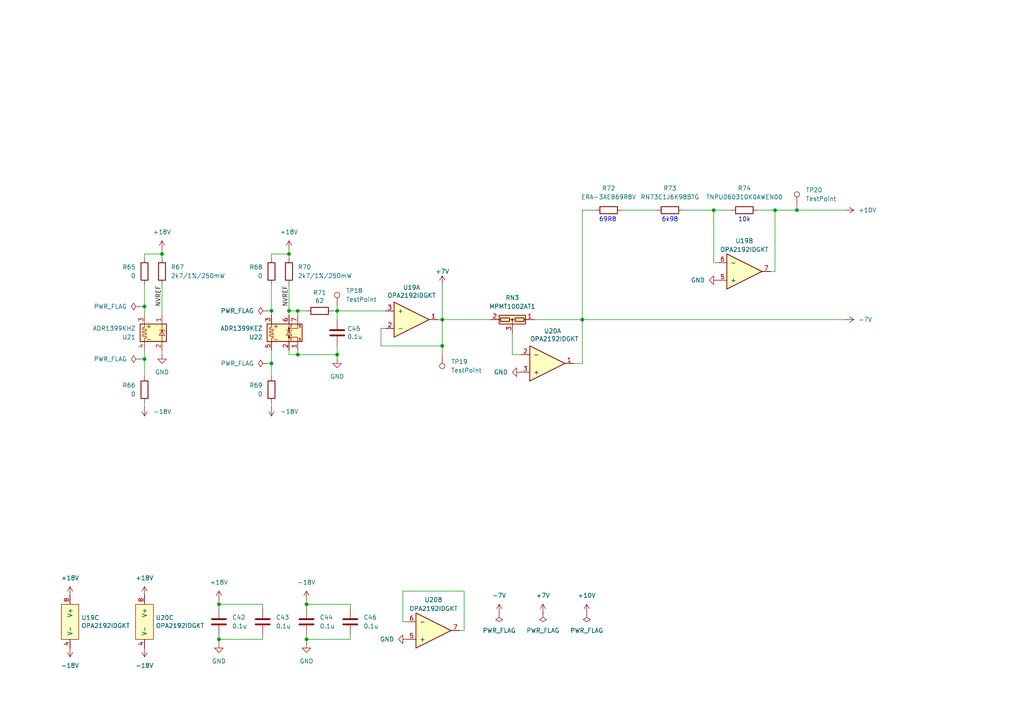
<source format=kicad_sch>
(kicad_sch (version 20250114) (generator "eeschema") (generator_version "9.0")
  (paper "A4")
  (lib_symbols
    (symbol "ADC_TEST:OPA2192" (pin_names (offset 1.016))
      (property "Reference" "U" (at 7.62 6.35 0))
      (property "Value" "OPA2192" (at 7.62 3.81 0))
      (symbol "OPA2192_1_1"
        (polyline (pts (xy -3.81 5.08) (xy 6.35 0) (xy -3.81 -5.08) (xy -3.81 5.08)) (stroke (width 0.254)) (fill (type background)))
        (pin input line (at -6.35 2.54 0) (length 2.54) (name "+") (number "3"))
        (pin input line (at -6.35 -2.54 0) (length 2.54) (name "-") (number "2"))
        (pin output line (at 8.89 0 180) (length 2.54) (name "~") (number "1"))
      )
      (symbol "OPA2192_2_1"
        (polyline (pts (xy -3.81 5.08) (xy 6.35 0) (xy -3.81 -5.08) (xy -3.81 5.08)) (stroke (width 0.254)) (fill (type background)))
        (pin input line (at -6.35 2.54 0) (length 2.54) (name "+") (number "5"))
        (pin input line (at -6.35 -2.54 0) (length 2.54) (name "-") (number "6"))
        (pin output line (at 8.89 0 180) (length 2.54) (name "~") (number "7"))
      )
      (symbol "OPA2192_3_1"
        (rectangle (start -2.54 5.08) (end 2.54 -5.08) (fill (type background)))
        (pin passive line (at 0 7.62 270) (length 2.54) (name "V+") (number "8"))
        (pin passive line (at 0 -7.62 90) (length 2.54) (name "V-") (number "4"))
      )
    )
    (symbol "Connector:TestPoint" (pin_numbers (hide yes)) (pin_names (offset 0.762) (hide yes))
      (property "Reference" "TP" (at 0 6.858 0))
      (property "Value" "TestPoint" (at 0 5.08 0))
      (symbol "TestPoint_0_1"
        (circle (center 0 3.302) (radius 0.762))
      )
      (symbol "TestPoint_1_1"
        (pin passive line (at 0 0 90) (length 2.54) (name "1") (number "1"))
      )
    )
    (symbol "Device:C" (pin_numbers (hide yes)) (pin_names (offset 0.254))
      (property "Reference" "C" (at 0.635 2.54 0))
      (property "Value" "C" (at 0.635 -2.54 0))
      (symbol "C_0_1"
        (polyline (pts (xy -2.032 0.762) (xy 2.032 0.762)) (stroke (width 0.508)))
        (polyline (pts (xy -2.032 -0.762) (xy 2.032 -0.762)) (stroke (width 0.508)))
      )
      (symbol "C_1_1"
        (pin passive line (at 0 3.81 270) (length 2.794) (name "~") (number "1"))
        (pin passive line (at 0 -3.81 90) (length 2.794) (name "~") (number "2"))
      )
    )
    (symbol "Device:R" (pin_numbers (hide yes)) (pin_names (offset 0))
      (property "Reference" "R" (at 2.032 0 90))
      (property "Value" "R" (at 0 0 90))
      (symbol "R_0_1"
        (rectangle (start -1.016 -2.54) (end 1.016 2.54) (stroke (width 0.254)))
      )
      (symbol "R_1_1"
        (pin passive line (at 0 3.81 270) (length 1.27) (name "~") (number "1"))
        (pin passive line (at 0 -3.81 90) (length 1.27) (name "~") (number "2"))
      )
    )
    (symbol "Device:VoltageDivider_CenterPin3" (pin_names (offset 0) (hide yes))
      (property "Reference" "RN" (at -4.445 0 90))
      (property "Value" "VoltageDivider_CenterPin3" (at -2.54 0 90))
      (symbol "VoltageDivider_CenterPin3_0_1"
        (rectangle (start -1.27 -3.81) (end 1.27 3.81) (stroke (width 0.254)) (fill (type background)))
        (rectangle (start -0.508 3.3782) (end 0.508 0.8382) (stroke (width 0.254)))
        (rectangle (start -0.508 -3.3782) (end 0.508 -0.8382) (stroke (width 0.254)))
        (polyline (pts (xy 0 5.08) (xy 0 3.3782)))
        (polyline (pts (xy 0 0.889) (xy 0 -0.889)))
        (circle (center 0 0.0254) (radius 0.254) (fill (type outline)))
        (polyline (pts (xy 0 -5.08) (xy 0 -3.429)))
        (polyline (pts (xy 1.27 0) (xy 0 0)))
      )
      (symbol "VoltageDivider_CenterPin3_1_1"
        (pin passive line (at 0 6.35 270) (length 2.54) (name "~") (number "1"))
        (pin passive line (at 0 -6.35 90) (length 2.54) (name "~") (number "2"))
        (pin passive line (at 3.81 0 180) (length 2.54) (name "~") (number "3"))
      )
    )
    (symbol "MADC_ARTY:+18V" (power) (pin_numbers (hide yes)) (pin_names (offset 0) (hide yes))
      (property "Value" "+18V" (at 0 3.556 0))
      (symbol "+18V_0_1"
        (polyline (pts (xy -0.762 1.27) (xy 0 2.54)))
        (polyline (pts (xy 0 2.54) (xy 0.762 1.27)))
        (polyline (pts (xy 0 0) (xy 0 2.54)))
      )
      (symbol "+18V_1_1"
        (pin power_in line (at 0 0 90) (length 0) (name "~") (number "1"))
      )
    )
    (symbol "MADC_ARTY:+7V" (power) (pin_numbers (hide yes)) (pin_names (offset 0) (hide yes))
      (property "Value" "+7V" (at 0 3.556 0))
      (symbol "+7V_0_1"
        (polyline (pts (xy -0.762 1.27) (xy 0 2.54)))
        (polyline (pts (xy 0 2.54) (xy 0.762 1.27)))
        (polyline (pts (xy 0 0) (xy 0 2.54)))
      )
      (symbol "+7V_1_1"
        (pin power_in line (at 0 0 90) (length 0) (name "~") (number "1"))
      )
    )
    (symbol "MADC_ARTY:-18V" (power) (pin_numbers (hide yes)) (pin_names (offset 0) (hide yes))
      (property "Value" "-18V" (at 0 3.556 0))
      (symbol "-18V_0_1"
        (polyline (pts (xy -0.762 1.27) (xy 0 2.54)))
        (polyline (pts (xy 0 2.54) (xy 0.762 1.27)))
        (polyline (pts (xy 0 0) (xy 0 2.54)))
      )
      (symbol "-18V_1_1"
        (pin power_in line (at 0 0 90) (length 0) (name "~") (number "1"))
      )
    )
    (symbol "MADC_ARTY:-7V" (power) (pin_numbers (hide yes)) (pin_names (offset 0) (hide yes))
      (property "Value" "-7V" (at 0 3.556 0))
      (symbol "-7V_0_1"
        (polyline (pts (xy -0.762 1.27) (xy 0 2.54)))
        (polyline (pts (xy 0 2.54) (xy 0.762 1.27)))
        (polyline (pts (xy 0 0) (xy 0 2.54)))
      )
      (symbol "-7V_1_1"
        (pin power_in line (at 0 0 90) (length 0) (name "~") (number "1"))
      )
    )
    (symbol "Reference_Voltage:ADR1399KEZ" (pin_names (offset 1.016) (hide yes))
      (property "Reference" "U" (at 3.81 1.27 0))
      (property "Value" "ADR1399KEZ" (at 3.81 -1.27 0))
      (symbol "ADR1399KEZ_0_0"
        (text "+" (at -3.81 1.905 0) (effects (font (size 1.27 1.27))))
      )
      (symbol "ADR1399KEZ_0_1"
        (rectangle (start -6.35 2.54) (end 3.81 -2.54) (stroke (width 0.254)) (fill (type background)))
        (polyline (pts (xy -5.08 -2.54) (xy -5.08 -1.524) (xy -4.572 -1.524) (xy -4.572 -1.016) (xy -5.588 -1.016) (xy -5.588 -0.508) (xy -4.572 -0.508) (xy -4.572 0) (xy -5.588 0) (xy -5.588 0.508) (xy -4.572 0.508) (xy -4.572 1.016) (xy -5.588 1.016) (xy -5.588 1.524) (xy -5.08 1.524) (xy -5.08 2.54)))
        (circle (center 0 1.27) (radius 0.254) (fill (type outline)))
        (circle (center 0 -1.27) (radius 0.254) (fill (type outline)))
        (polyline (pts (xy 2.54 2.54) (xy 2.54 1.27) (xy 0 1.27)))
        (polyline (pts (xy 2.54 -2.54) (xy 2.54 -1.27) (xy 0 -1.27)))
      )
      (symbol "ADR1399KEZ_1_1"
        (polyline (pts (xy -0.762 0.762) (xy 0.762 0.762) (xy 0.762 0.508)))
        (polyline (pts (xy -0.762 -0.762) (xy 0.762 -0.762) (xy 0 0.762) (xy -0.762 -0.762)))
        (polyline (pts (xy 0 2.54) (xy 0 -2.54)))
        (text "-" (at -3.81 -1.905 0) (effects (font (size 1.27 1.27))))
        (text "F" (at 0.635 1.905 0) (effects (font (size 0.635 0.635))))
        (text "F" (at 0.635 -1.905 0) (effects (font (size 0.635 0.635))))
        (text "S" (at 3.175 1.905 0) (effects (font (size 0.635 0.635))))
        (text "S" (at 3.175 -1.905 0) (effects (font (size 0.635 0.635))))
        (pin power_in line (at -5.08 5.08 270) (length 2.54) (name "HEATER+") (number "3"))
        (pin power_in line (at -5.08 -5.08 90) (length 2.54) (name "HEATER-") (number "5"))
        (pin no_connect line (at -2.54 2.54 270) (length 2.54) (hide yes) (name "NC") (number "8"))
        (pin no_connect line (at -2.54 -2.54 90) (length 2.54) (hide yes) (name "NC") (number "4"))
        (pin passive line (at 0 5.08 270) (length 2.54) (name "+REFF") (number "6"))
        (pin passive line (at 0 -5.08 90) (length 2.54) (name "-REFF") (number "2"))
        (pin passive line (at 2.54 5.08 270) (length 2.54) (name "+REFS") (number "7"))
        (pin passive line (at 2.54 -5.08 90) (length 2.54) (name "-REFS") (number "1"))
      )
    )
    (symbol "Reference_Voltage:ADR1399KHZ" (pin_names (offset 1.016) (hide yes))
      (property "Reference" "U" (at 3.81 1.27 0))
      (property "Value" "ADR1399KHZ" (at 3.81 -1.27 0))
      (symbol "ADR1399KHZ_0_0"
        (text "+" (at -1.27 1.905 0) (effects (font (size 1.27 1.27))))
      )
      (symbol "ADR1399KHZ_0_1"
        (rectangle (start -3.81 2.54) (end 3.81 -2.54) (stroke (width 0.254)) (fill (type background)))
        (polyline (pts (xy -2.54 -2.54) (xy -2.54 -1.524) (xy -2.032 -1.524) (xy -2.032 -1.016) (xy -3.048 -1.016) (xy -3.048 -0.508) (xy -2.032 -0.508) (xy -2.032 0) (xy -3.048 0) (xy -3.048 0.508) (xy -2.032 0.508) (xy -2.032 1.016) (xy -3.048 1.016) (xy -3.048 1.524) (xy -2.54 1.524) (xy -2.54 2.54)))
      )
      (symbol "ADR1399KHZ_1_1"
        (polyline (pts (xy 1.778 0.762) (xy 3.302 0.762) (xy 3.302 0.508)))
        (polyline (pts (xy 1.778 -0.762) (xy 3.302 -0.762) (xy 2.54 0.762) (xy 1.778 -0.762)))
        (polyline (pts (xy 2.54 2.54) (xy 2.54 -2.54)))
        (text "-" (at -1.27 -1.905 0) (effects (font (size 1.27 1.27))))
        (pin power_in line (at -2.54 5.08 270) (length 2.54) (name "~") (number "3"))
        (pin power_in line (at -2.54 -5.08 90) (length 2.54) (name "~") (number "4"))
        (pin passive line (at 2.54 5.08 270) (length 2.54) (name "~") (number "1"))
        (pin passive line (at 2.54 -5.08 90) (length 2.54) (name "~") (number "2"))
      )
    )
    (symbol "power:+10V" (power) (pin_numbers (hide yes)) (pin_names (offset 0) (hide yes))
      (property "Value" "+10V" (at 0 3.556 0))
      (symbol "+10V_0_1"
        (polyline (pts (xy -0.762 1.27) (xy 0 2.54)))
        (polyline (pts (xy 0 2.54) (xy 0.762 1.27)))
        (polyline (pts (xy 0 0) (xy 0 2.54)))
      )
      (symbol "+10V_1_1"
        (pin power_in line (at 0 0 90) (length 0) (name "~") (number "1"))
      )
    )
    (symbol "power:GND" (power) (pin_numbers (hide yes)) (pin_names (offset 0) (hide yes))
      (property "Value" "GND" (at 0 -3.81 0))
      (symbol "GND_0_1"
        (polyline (pts (xy 0 0) (xy 0 -1.27) (xy 1.27 -1.27) (xy 0 -2.54) (xy -1.27 -1.27) (xy 0 -1.27)))
      )
      (symbol "GND_1_1"
        (pin power_in line (at 0 0 270) (length 0) (name "~") (number "1"))
      )
    )
    (symbol "power:PWR_FLAG" (power) (pin_numbers (hide yes)) (pin_names (offset 0) (hide yes))
      (property "Value" "PWR_FLAG" (at 0 3.81 0))
      (symbol "PWR_FLAG_0_0"
        (pin power_out line (at 0 0 90) (length 0) (name "~") (number "1"))
      )
      (symbol "PWR_FLAG_0_1"
        (polyline (pts (xy 0 0) (xy 0 1.27) (xy -1.016 1.905) (xy 0 2.54) (xy 1.016 1.905) (xy 0 1.27)))
      )
    )
  )
  (text "6k98" (at 194.31 63.754 0) (effects (font (size 1.27 1.27))))
  (text "10k" (at 215.9 63.754 0) (effects (font (size 1.27 1.27))))
  (text "69R8" (at 176.276 63.754 0) (effects (font (size 1.27 1.27))))
  (junction (at 46.99 73.66))
  (junction (at 41.91 88.9))
  (junction (at 231.14 60.96))
  (junction (at 168.91 92.71))
  (junction (at 78.74 90.17))
  (junction (at 63.5 175.26))
  (junction (at 207.01 60.96))
  (junction (at 83.82 73.66))
  (junction (at 83.82 90.17))
  (junction (at 41.91 104.14))
  (junction (at 88.9 185.42))
  (junction (at 88.9 175.26))
  (junction (at 97.79 102.87))
  (junction (at 128.27 92.71))
  (junction (at 86.36 90.17))
  (junction (at 97.79 90.17))
  (junction (at 78.74 105.41))
  (junction (at 128.27 100.33))
  (junction (at 63.5 185.42))
  (junction (at 224.79 60.96))
  (junction (at 86.36 102.87))
  (wire (pts (xy 128.27 100.33) (xy 128.27 92.71)))
  (wire (pts (xy 128.27 82.55) (xy 128.27 92.71)))
  (wire (pts (xy 88.9 173.99) (xy 88.9 175.26)))
  (wire (pts (xy 134.62 182.88) (xy 133.35 182.88)))
  (wire (pts (xy 86.36 90.17) (xy 86.36 91.44)))
  (wire (pts (xy 180.34 60.96) (xy 190.5 60.96)))
  (wire (pts (xy 212.09 60.96) (xy 207.01 60.96)))
  (wire (pts (xy 63.5 175.26) (xy 76.2 175.26)))
  (wire (pts (xy 86.36 102.87) (xy 97.79 102.87)))
  (wire (pts (xy 224.79 78.74) (xy 224.79 60.96)))
  (wire (pts (xy 86.36 101.6) (xy 86.36 102.87)))
  (wire (pts (xy 110.49 95.25) (xy 111.76 95.25)))
  (wire (pts (xy 224.79 60.96) (xy 219.71 60.96)))
  (wire (pts (xy 128.27 92.71) (xy 142.24 92.71)))
  (wire (pts (xy 116.84 171.45) (xy 134.62 171.45)))
  (wire (pts (xy 77.47 105.41) (xy 78.74 105.41)))
  (wire (pts (xy 198.12 60.96) (xy 207.01 60.96)))
  (wire (pts (xy 207.01 60.96) (xy 207.01 76.2)))
  (wire (pts (xy 168.91 60.96) (xy 168.91 92.71)))
  (wire (pts (xy 78.74 118.11) (xy 78.74 116.84)))
  (wire (pts (xy 63.5 173.99) (xy 63.5 175.26)))
  (wire (pts (xy 134.62 171.45) (xy 134.62 182.88)))
  (wire (pts (xy 86.36 90.17) (xy 83.82 90.17)))
  (wire (pts (xy 78.74 109.22) (xy 78.74 105.41)))
  (wire (pts (xy 63.5 175.26) (xy 63.5 176.53)))
  (wire (pts (xy 231.14 60.96) (xy 245.11 60.96)))
  (wire (pts (xy 148.59 96.52) (xy 148.59 102.87)))
  (wire (pts (xy 101.6 184.15) (xy 101.6 185.42)))
  (wire (pts (xy 101.6 175.26) (xy 101.6 176.53)))
  (wire (pts (xy 78.74 73.66) (xy 83.82 73.66)))
  (wire (pts (xy 231.14 59.69) (xy 231.14 60.96)))
  (wire (pts (xy 83.82 90.17) (xy 83.82 91.44)))
  (wire (pts (xy 110.49 95.25) (xy 110.49 100.33)))
  (wire (pts (xy 118.11 180.34) (xy 116.84 180.34)))
  (wire (pts (xy 83.82 73.66) (xy 83.82 74.93)))
  (wire (pts (xy 88.9 175.26) (xy 88.9 176.53)))
  (wire (pts (xy 78.74 82.55) (xy 78.74 90.17)))
  (wire (pts (xy 41.91 73.66) (xy 41.91 74.93)))
  (wire (pts (xy 97.79 90.17) (xy 111.76 90.17)))
  (wire (pts (xy 97.79 88.9) (xy 97.79 90.17)))
  (wire (pts (xy 40.64 88.9) (xy 41.91 88.9)))
  (wire (pts (xy 76.2 175.26) (xy 76.2 176.53)))
  (wire (pts (xy 223.52 78.74) (xy 224.79 78.74)))
  (wire (pts (xy 63.5 185.42) (xy 63.5 184.15)))
  (wire (pts (xy 154.94 92.71) (xy 168.91 92.71)))
  (wire (pts (xy 76.2 184.15) (xy 76.2 185.42)))
  (wire (pts (xy 128.27 100.33) (xy 128.27 102.87)))
  (wire (pts (xy 97.79 102.87) (xy 97.79 100.33)))
  (wire (pts (xy 88.9 185.42) (xy 101.6 185.42)))
  (wire (pts (xy 168.91 60.96) (xy 172.72 60.96)))
  (wire (pts (xy 41.91 118.11) (xy 41.91 116.84)))
  (wire (pts (xy 78.74 105.41) (xy 78.74 101.6)))
  (wire (pts (xy 63.5 186.69) (xy 63.5 185.42)))
  (wire (pts (xy 148.59 102.87) (xy 151.13 102.87)))
  (wire (pts (xy 41.91 88.9) (xy 41.91 91.44)))
  (wire (pts (xy 88.9 186.69) (xy 88.9 185.42)))
  (wire (pts (xy 88.9 90.17) (xy 86.36 90.17)))
  (wire (pts (xy 207.01 76.2) (xy 208.28 76.2)))
  (wire (pts (xy 110.49 100.33) (xy 128.27 100.33)))
  (wire (pts (xy 78.74 90.17) (xy 78.74 91.44)))
  (wire (pts (xy 41.91 82.55) (xy 41.91 88.9)))
  (wire (pts (xy 78.74 73.66) (xy 78.74 74.93)))
  (wire (pts (xy 97.79 102.87) (xy 97.79 104.14)))
  (wire (pts (xy 97.79 90.17) (xy 96.52 90.17)))
  (wire (pts (xy 41.91 73.66) (xy 46.99 73.66)))
  (wire (pts (xy 88.9 185.42) (xy 88.9 184.15)))
  (wire (pts (xy 168.91 92.71) (xy 245.11 92.71)))
  (wire (pts (xy 168.91 92.71) (xy 168.91 105.41)))
  (wire (pts (xy 46.99 82.55) (xy 46.99 91.44)))
  (wire (pts (xy 77.47 90.17) (xy 78.74 90.17)))
  (wire (pts (xy 41.91 104.14) (xy 41.91 109.22)))
  (wire (pts (xy 168.91 105.41) (xy 166.37 105.41)))
  (wire (pts (xy 46.99 73.66) (xy 46.99 74.93)))
  (wire (pts (xy 88.9 175.26) (xy 101.6 175.26)))
  (wire (pts (xy 83.82 101.6) (xy 83.82 102.87)))
  (wire (pts (xy 46.99 72.39) (xy 46.99 73.66)))
  (wire (pts (xy 41.91 101.6) (xy 41.91 104.14)))
  (wire (pts (xy 116.84 180.34) (xy 116.84 171.45)))
  (wire (pts (xy 76.2 185.42) (xy 63.5 185.42)))
  (wire (pts (xy 83.82 102.87) (xy 86.36 102.87)))
  (wire (pts (xy 46.99 101.6) (xy 46.99 102.87)))
  (wire (pts (xy 128.27 92.71) (xy 127 92.71)))
  (wire (pts (xy 83.82 72.39) (xy 83.82 73.66)))
  (wire (pts (xy 83.82 82.55) (xy 83.82 90.17)))
  (wire (pts (xy 224.79 60.96) (xy 231.14 60.96)))
  (wire (pts (xy 97.79 92.71) (xy 97.79 90.17)))
  (wire (pts (xy 40.64 104.14) (xy 41.91 104.14)))
  (label "NVREF" (at 46.99 88.9 90))
  (label "NVREF" (at 83.82 88.9 90))
  (symbol (lib_id "MADC_ARTY:+18V") (at 20.32 172.72 0) (unit 1)
    (property "Reference" "#PWR0114" (effects (hide yes)))
    (property "Value" "+18V" (at 20.32 167.64 0))
    (property "Description" "Power symbol creates a global label" (effects (hide yes)))
  )
  (symbol (lib_id "MADC_ARTY:-18V") (at 41.91 187.96 180) (unit 1)
    (property "Reference" "#PWR0119" (effects (hide yes)))
    (property "Value" "-18V" (at 41.91 193.04 0))
    (property "Description" "Power symbol creates a global label" (effects (hide yes)))
  )
  (symbol (lib_id "MADC_ARTY:+7V") (at 128.27 82.55 0) (unit 1)
    (property "Reference" "#PWR0137" (effects (hide yes)))
    (property "Value" "+7V" (at 126.238 78.74 0) (effects (justify left)))
    (property "Description" "Power symbol creates a global label" (effects (hide yes)))
  )
  (symbol (lib_id "power:GND") (at 118.11 185.42 270) (unit 1)
    (property "Reference" "#PWR0130" (effects (hide yes)))
    (property "Value" "GND" (at 114.3 185.4199 90) (effects (justify right)))
    (property "Description" "Power symbol creates a global label with name \"GND\" , ground" (effects (hide yes)))
  )
  (symbol (lib_id "Reference_Voltage:ADR1399KEZ") (at 83.82 96.52 0) (unit 1)
    (property "Reference" "U22" (at 76.2 97.7902 0) (effects (justify right)))
    (property "Value" "ADR1399KEZ" (at 76.2 95.2502 0) (effects (justify right)))
    (property "Footprint" "Package_LCC:Analog_LCC-8_5x5mm_P1.27mm" (effects (hide yes)))
    (property "Datasheet" "https://www.analog.com/media/en/technical-documentation/data-sheets/adr1399.pdf" (effects (hide yes)))
    (property "Description" "Oven-Compensated, Buried Zener, 7.05 V Voltage Reference, LCC-8" (effects (hide yes)))
  )
  (symbol (lib_id "Connector:TestPoint") (at 128.27 102.87 180) (unit 1) (in_bom no)
    (property "Reference" "TP19" (at 130.81 104.9019 0) (effects (justify right)))
    (property "Value" "TestPoint" (at 130.81 107.4419 0) (effects (justify right)))
    (property "Footprint" "TestPoint:TestPoint_Pad_D2.0mm" (effects (hide yes)))
    (property "Description" "test point" (effects (hide yes)))
  )
  (symbol (lib_id "power:+10V") (at 170.18 177.8 0) (unit 1)
    (property "Reference" "#PWR0134" (effects (hide yes)))
    (property "Value" "+10V" (at 170.18 172.72 0))
    (property "Description" "Power symbol creates a global label with name \"+10V\"" (effects (hide yes)))
  )
  (symbol (lib_id "Device:R") (at 83.82 78.74 180) (unit 1)
    (property "Reference" "R70" (at 86.36 77.4699 0) (effects (justify right)))
    (property "Value" "2k7/1%/250mW" (at 86.36 80.0099 0) (effects (justify right)))
    (property "Footprint" "Resistor_SMD:R_0603_1608Metric" (effects (hide yes)))
    (property "Description" "Resistor" (effects (hide yes)))
  )
  (symbol (lib_id "Device:C") (at 97.79 96.52 0) (unit 1)
    (property "Reference" "C45" (at 100.711 95.3516 0) (effects (justify left)))
    (property "Value" "0.1u" (at 100.711 97.663 0) (effects (justify left)))
    (property "Footprint" "Capacitor_SMD:C_0603_1608Metric" (effects (hide yes)))
  )
  (symbol (lib_id "Device:C") (at 101.6 180.34 0) (unit 1)
    (property "Reference" "C46" (at 105.41 179.0699 0) (effects (justify left)))
    (property "Value" "0.1u" (at 105.41 181.6099 0) (effects (justify left)))
    (property "Footprint" "Capacitor_SMD:C_0603_1608Metric" (effects (hide yes)))
    (property "Description" "Unpolarized capacitor" (effects (hide yes)))
  )
  (symbol (lib_id "Device:R") (at 41.91 113.03 0) (mirror y) (unit 1)
    (property "Reference" "R66" (at 39.37 111.7599 0) (effects (justify left)))
    (property "Value" "0" (at 39.37 114.2999 0) (effects (justify left)))
    (property "Footprint" "Resistor_SMD:R_0603_1608Metric" (effects (hide yes)))
    (property "Description" "Resistor" (effects (hide yes)))
  )
  (symbol (lib_id "ADC_TEST:OPA2192") (at 20.32 180.34 0) (unit 3)
    (property "Reference" "U19" (at 23.5712 179.1716 0) (effects (justify left)))
    (property "Value" "OPA2192IDGKT" (at 23.5712 181.483 0) (effects (justify left)))
    (property "Footprint" "Package_SO:SOIC-8_3.9x4.9mm_P1.27mm" (effects (hide yes)))
  )
  (symbol (lib_id "MADC_ARTY:-18V") (at 20.32 187.96 180) (unit 1)
    (property "Reference" "#PWR0115" (effects (hide yes)))
    (property "Value" "-18V" (at 20.32 193.04 0))
    (property "Description" "Power symbol creates a global label" (effects (hide yes)))
  )
  (symbol (lib_id "power:GND") (at 46.99 102.87 0) (unit 1)
    (property "Reference" "#PWR0121" (effects (hide yes)))
    (property "Value" "GND" (at 46.99 107.95 0))
    (property "Description" "Power symbol creates a global label with name \"GND\" , ground" (effects (hide yes)))
  )
  (symbol (lib_id "MADC_ARTY:-18V") (at 78.74 118.11 180) (unit 1)
    (property "Reference" "#PWR0124" (effects (hide yes)))
    (property "Value" "-18V" (at 81.28 119.3799 0) (effects (justify right)))
    (property "Description" "Power symbol creates a global label" (effects (hide yes)))
  )
  (symbol (lib_id "power:PWR_FLAG") (at 40.64 88.9 90) (unit 1)
    (property "Reference" "#FLG015" (effects (hide yes)))
    (property "Value" "PWR_FLAG" (at 36.83 88.8999 90) (effects (justify left)))
    (property "Description" "Special symbol for telling ERC where power comes from" (effects (hide yes)))
  )
  (symbol (lib_id "MADC_ARTY:-7V") (at 144.78 177.8 0) (unit 1)
    (property "Reference" "#PWR0132" (effects (hide yes)))
    (property "Value" "-7V" (at 144.78 172.72 0))
    (property "Description" "Power symbol creates a global label" (effects (hide yes)))
  )
  (symbol (lib_id "power:PWR_FLAG") (at 77.47 90.17 90) (unit 1)
    (property "Reference" "#FLG09" (effects (hide yes)))
    (property "Value" "PWR_FLAG" (at 73.66 90.1699 90) (effects (justify left)))
    (property "Description" "Special symbol for telling ERC where power comes from" (effects (hide yes)))
  )
  (symbol (lib_id "Reference_Voltage:ADR1399KHZ") (at 44.45 96.52 0) (unit 1)
    (property "Reference" "U21" (at 39.37 97.7902 0) (effects (justify right)))
    (property "Value" "ADR1399KHZ" (at 39.37 95.2502 0) (effects (justify right)))
    (property "Footprint" "Package_TO_SOT_THT:Analog_TO-46-4_ThermalShield" (effects (hide yes)))
    (property "Datasheet" "https://www.analog.com/media/en/technical-documentation/data-sheets/adr1399.pdf" (effects (hide yes)))
    (property "Description" "Oven-Compensated, Buried Zener, 7.05 V Voltage Reference, TO-46-4" (effects (hide yes)))
  )
  (symbol (lib_id "ADC_TEST:OPA2192") (at 157.48 105.41 0) (mirror x) (unit 1)
    (property "Reference" "U20" (at 160.274 96.012 0))
    (property "Value" "OPA2192IDGKT" (at 160.782 98.298 0))
    (property "Footprint" "Package_SO:SOIC-8_3.9x4.9mm_P1.27mm" (effects (hide yes)))
  )
  (symbol (lib_id "power:PWR_FLAG") (at 144.78 177.8 180) (unit 1)
    (property "Reference" "#FLG011" (effects (hide yes)))
    (property "Value" "PWR_FLAG" (at 144.78 182.88 0))
    (property "Description" "Special symbol for telling ERC where power comes from" (effects (hide yes)))
  )
  (symbol (lib_id "Device:C") (at 76.2 180.34 0) (unit 1)
    (property "Reference" "C43" (at 80.01 179.0699 0) (effects (justify left)))
    (property "Value" "0.1u" (at 80.01 181.6099 0) (effects (justify left)))
    (property "Footprint" "Capacitor_SMD:C_0603_1608Metric" (effects (hide yes)))
    (property "Description" "Unpolarized capacitor" (effects (hide yes)))
  )
  (symbol (lib_id "MADC_ARTY:-7V") (at 245.11 92.71 270) (unit 1)
    (property "Reference" "#PWR0131" (effects (hide yes)))
    (property "Value" "-7V" (at 248.92 92.7099 90) (effects (justify left)))
    (property "Description" "Power symbol creates a global label" (effects (hide yes)))
  )
  (symbol (lib_id "Device:R") (at 41.91 78.74 0) (mirror y) (unit 1)
    (property "Reference" "R65" (at 39.37 77.4699 0) (effects (justify left)))
    (property "Value" "0" (at 39.37 80.0099 0) (effects (justify left)))
    (property "Footprint" "Resistor_SMD:R_0603_1608Metric" (effects (hide yes)))
    (property "Description" "Resistor" (effects (hide yes)))
  )
  (symbol (lib_id "Device:R") (at 46.99 78.74 180) (unit 1)
    (property "Reference" "R67" (at 49.53 77.4699 0) (effects (justify right)))
    (property "Value" "2k7/1%/250mW" (at 49.53 80.0099 0) (effects (justify right)))
    (property "Footprint" "Resistor_SMD:R_0603_1608Metric" (effects (hide yes)))
    (property "Description" "Resistor" (effects (hide yes)))
  )
  (symbol (lib_id "MADC_ARTY:+7V") (at 157.48 177.8 0) (unit 1)
    (property "Reference" "#PWR0133" (effects (hide yes)))
    (property "Value" "+7V" (at 157.48 172.72 0))
    (property "Description" "Power symbol creates a global label" (effects (hide yes)))
  )
  (symbol (lib_id "Device:R") (at 78.74 113.03 0) (mirror y) (unit 1)
    (property "Reference" "R69" (at 76.2 111.7599 0) (effects (justify left)))
    (property "Value" "0" (at 76.2 114.2999 0) (effects (justify left)))
    (property "Footprint" "Resistor_SMD:R_0603_1608Metric" (effects (hide yes)))
    (property "Description" "Resistor" (effects (hide yes)))
  )
  (symbol (lib_id "Connector:TestPoint") (at 97.79 88.9 0) (unit 1) (in_bom no)
    (property "Reference" "TP18" (at 100.33 84.3279 0) (effects (justify left)))
    (property "Value" "TestPoint" (at 100.33 86.8679 0) (effects (justify left)))
    (property "Footprint" "TestPoint:TestPoint_Pad_D2.0mm" (effects (hide yes)))
    (property "Description" "test point" (effects (hide yes)))
  )
  (symbol (lib_id "Device:R") (at 78.74 78.74 0) (mirror y) (unit 1)
    (property "Reference" "R68" (at 76.2 77.4699 0) (effects (justify left)))
    (property "Value" "0" (at 76.2 80.0099 0) (effects (justify left)))
    (property "Footprint" "Resistor_SMD:R_0603_1608Metric" (effects (hide yes)))
    (property "Description" "Resistor" (effects (hide yes)))
  )
  (symbol (lib_id "Device:R") (at 194.31 60.96 90) (unit 1)
    (property "Reference" "R73" (at 194.31 54.61 90))
    (property "Value" "RN73C1J6K98BTG" (at 194.31 57.15 90))
    (property "Footprint" "Resistor_SMD:R_0603_1608Metric" (effects (hide yes)))
    (property "Description" "Resistor" (effects (hide yes)))
  )
  (symbol (lib_id "ADC_TEST:OPA2192") (at 214.63 78.74 0) (mirror x) (unit 2)
    (property "Reference" "U19" (at 215.9 69.85 0))
    (property "Value" "OPA2192IDGKT" (at 215.9 72.39 0))
    (property "Footprint" "Package_SO:SOIC-8_3.9x4.9mm_P1.27mm" (effects (hide yes)))
  )
  (symbol (lib_id "Connector:TestPoint") (at 231.14 59.69 0) (unit 1) (in_bom no)
    (property "Reference" "TP20" (at 233.68 55.1179 0) (effects (justify left)))
    (property "Value" "TestPoint" (at 233.68 57.6579 0) (effects (justify left)))
    (property "Footprint" "TestPoint:TestPoint_Pad_D2.0mm" (effects (hide yes)))
    (property "Description" "test point" (effects (hide yes)))
  )
  (symbol (lib_id "power:PWR_FLAG") (at 40.64 104.14 90) (unit 1)
    (property "Reference" "#FLG016" (effects (hide yes)))
    (property "Value" "PWR_FLAG" (at 36.83 104.1399 90) (effects (justify left)))
    (property "Description" "Special symbol for telling ERC where power comes from" (effects (hide yes)))
  )
  (symbol (lib_id "Device:C") (at 63.5 180.34 0) (unit 1)
    (property "Reference" "C42" (at 67.31 179.0699 0) (effects (justify left)))
    (property "Value" "0.1u" (at 67.31 181.6099 0) (effects (justify left)))
    (property "Footprint" "Capacitor_SMD:C_0603_1608Metric" (effects (hide yes)))
    (property "Description" "Unpolarized capacitor" (effects (hide yes)))
  )
  (symbol (lib_id "ADC_TEST:OPA2192") (at 41.91 180.34 0) (unit 3)
    (property "Reference" "U20" (at 45.1612 179.1716 0) (effects (justify left)))
    (property "Value" "OPA2192IDGKT" (at 45.1612 181.483 0) (effects (justify left)))
    (property "Footprint" "Package_SO:SOIC-8_3.9x4.9mm_P1.27mm" (effects (hide yes)))
  )
  (symbol (lib_id "MADC_ARTY:+18V") (at 46.99 72.39 0) (unit 1)
    (property "Reference" "#PWR0120" (effects (hide yes)))
    (property "Value" "+18V" (at 46.99 67.31 0))
    (property "Description" "Power symbol creates a global label" (effects (hide yes)))
  )
  (symbol (lib_id "power:GND") (at 97.79 104.14 0) (unit 1)
    (property "Reference" "#PWR0129" (effects (hide yes)))
    (property "Value" "GND" (at 97.79 109.22 0))
    (property "Description" "Power symbol creates a global label with name \"GND\" , ground" (effects (hide yes)))
  )
  (symbol (lib_id "Device:R") (at 176.53 60.96 90) (unit 1)
    (property "Reference" "R72" (at 176.53 54.61 90))
    (property "Value" "ERA-3AEB69R8V" (at 176.53 57.15 90))
    (property "Footprint" "Resistor_SMD:R_0603_1608Metric" (effects (hide yes)))
    (property "Description" "Resistor" (effects (hide yes)))
  )
  (symbol (lib_id "power:PWR_FLAG") (at 170.18 177.8 180) (unit 1)
    (property "Reference" "#FLG013" (effects (hide yes)))
    (property "Value" "PWR_FLAG" (at 170.18 182.88 0))
    (property "Description" "Special symbol for telling ERC where power comes from" (effects (hide yes)))
  )
  (symbol (lib_id "power:GND") (at 63.5 186.69 0) (unit 1)
    (property "Reference" "#PWR0123" (effects (hide yes)))
    (property "Value" "GND" (at 63.5 191.77 0))
    (property "Description" "Power symbol creates a global label with name \"GND\" , ground" (effects (hide yes)))
  )
  (symbol (lib_id "power:PWR_FLAG") (at 77.47 105.41 90) (unit 1)
    (property "Reference" "#FLG010" (effects (hide yes)))
    (property "Value" "PWR_FLAG" (at 73.66 105.4099 90) (effects (justify left)))
    (property "Description" "Special symbol for telling ERC where power comes from" (effects (hide yes)))
  )
  (symbol (lib_id "MADC_ARTY:+18V") (at 83.82 72.39 0) (unit 1)
    (property "Reference" "#PWR0117" (effects (hide yes)))
    (property "Value" "+18V" (at 83.82 67.31 0))
    (property "Description" "Power symbol creates a global label" (effects (hide yes)))
  )
  (symbol (lib_id "MADC_ARTY:+18V") (at 41.91 172.72 0) (unit 1)
    (property "Reference" "#PWR0118" (effects (hide yes)))
    (property "Value" "+18V" (at 41.91 167.64 0))
    (property "Description" "Power symbol creates a global label" (effects (hide yes)))
  )
  (symbol (lib_id "MADC_ARTY:+18V") (at 63.5 173.99 0) (unit 1)
    (property "Reference" "#PWR0122" (effects (hide yes)))
    (property "Value" "+18V" (at 63.5 168.91 0))
    (property "Description" "Power symbol creates a global label" (effects (hide yes)))
  )
  (symbol (lib_id "power:+10V") (at 245.11 60.96 270) (unit 1)
    (property "Reference" "#PWR0138" (effects (hide yes)))
    (property "Value" "+10V" (at 248.92 60.9599 90) (effects (justify left)))
    (property "Description" "Power symbol creates a global label with name \"+10V\"" (effects (hide yes)))
  )
  (symbol (lib_id "MADC_ARTY:-18V") (at 41.91 118.11 180) (unit 1)
    (property "Reference" "#PWR0116" (effects (hide yes)))
    (property "Value" "-18V" (at 44.45 119.3799 0) (effects (justify right)))
    (property "Description" "Power symbol creates a global label" (effects (hide yes)))
  )
  (symbol (lib_id "ADC_TEST:OPA2192") (at 124.46 182.88 0) (mirror x) (unit 2)
    (property "Reference" "U20" (at 125.73 173.99 0))
    (property "Value" "OPA2192IDGKT" (at 125.73 176.53 0))
    (property "Footprint" "Package_SO:SOIC-8_3.9x4.9mm_P1.27mm" (effects (hide yes)))
  )
  (symbol (lib_id "Device:C") (at 88.9 180.34 0) (unit 1)
    (property "Reference" "C44" (at 92.71 179.0699 0) (effects (justify left)))
    (property "Value" "0.1u" (at 92.71 181.6099 0) (effects (justify left)))
    (property "Footprint" "Capacitor_SMD:C_0603_1608Metric" (effects (hide yes)))
    (property "Description" "Unpolarized capacitor" (effects (hide yes)))
  )
  (symbol (lib_id "power:GND") (at 151.13 107.95 270) (unit 1)
    (property "Reference" "#PWR0135" (effects (hide yes)))
    (property "Value" "GND" (at 147.32 107.9499 90) (effects (justify right)))
    (property "Description" "Power symbol creates a global label with name \"GND\" , ground" (effects (hide yes)))
  )
  (symbol (lib_id "Device:R") (at 92.71 90.17 270) (unit 1)
    (property "Reference" "R71" (at 92.71 84.9122 90))
    (property "Value" "62" (at 92.71 87.2236 90))
    (property "Footprint" "Resistor_SMD:R_0603_1608Metric" (effects (hide yes)))
  )
  (symbol (lib_id "power:GND") (at 88.9 186.69 0) (unit 1)
    (property "Reference" "#PWR0128" (effects (hide yes)))
    (property "Value" "GND" (at 88.9 191.77 0))
    (property "Description" "Power symbol creates a global label with name \"GND\" , ground" (effects (hide yes)))
  )
  (symbol (lib_id "Device:VoltageDivider_CenterPin3") (at 148.59 92.71 270) (unit 1)
    (property "Reference" "RN3" (at 148.59 86.36 90))
    (property "Value" "MPMT1002AT1" (at 148.59 88.9 90))
    (property "Footprint" "Package_TO_SOT_SMD:SOT-23" (effects (hide yes)))
    (property "Description" "Voltage divider, center on pin 3" (effects (hide yes)))
  )
  (symbol (lib_id "Device:R") (at 215.9 60.96 90) (unit 1)
    (property "Reference" "R74" (at 215.9 54.61 90))
    (property "Value" "TNPU060310K0AWEN00" (at 215.9 57.15 90))
    (property "Footprint" "Resistor_SMD:R_0603_1608Metric" (effects (hide yes)))
    (property "Description" "Resistor" (effects (hide yes)))
  )
  (symbol (lib_id "MADC_ARTY:-18V") (at 88.9 173.99 0) (unit 1)
    (property "Reference" "#PWR0127" (effects (hide yes)))
    (property "Value" "-18V" (at 88.9 168.91 0))
    (property "Description" "Power symbol creates a global label" (effects (hide yes)))
  )
  (symbol (lib_id "power:PWR_FLAG") (at 157.48 177.8 180) (unit 1)
    (property "Reference" "#FLG012" (effects (hide yes)))
    (property "Value" "PWR_FLAG" (at 157.48 182.88 0))
    (property "Description" "Special symbol for telling ERC where power comes from" (effects (hide yes)))
  )
  (symbol (lib_id "ADC_TEST:OPA2192") (at 118.11 92.71 0) (unit 1)
    (property "Reference" "U19" (at 119.38 83.3882 0))
    (property "Value" "OPA2192IDGKT" (at 119.38 85.6996 0))
    (property "Footprint" "Package_SO:SOIC-8_3.9x4.9mm_P1.27mm" (effects (hide yes)))
  )
  (symbol (lib_id "power:GND") (at 208.28 81.28 270) (unit 1)
    (property "Reference" "#PWR0136" (effects (hide yes)))
    (property "Value" "GND" (at 204.47 81.2799 90) (effects (justify right)))
    (property "Description" "Power symbol creates a global label with name \"GND\" , ground" (effects (hide yes)))
  )
)
</source>
